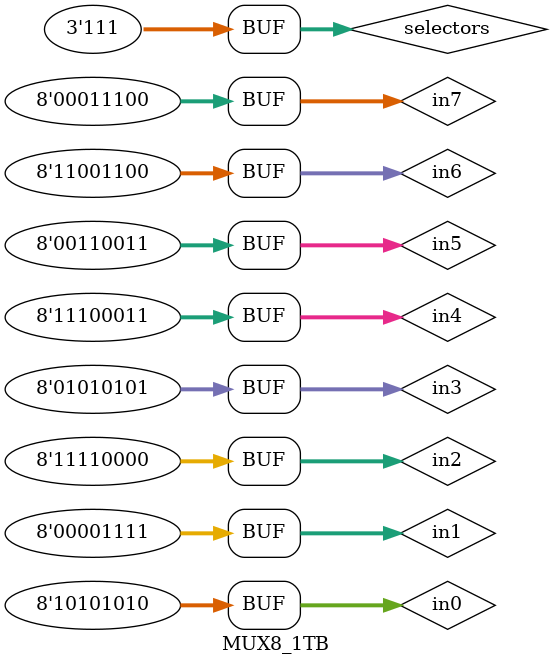
<source format=v>
module MUX8_1 (out,in0,in1,in2,in3,in4,in5,in6,in7,selectors);
    output reg[7:0] out;
    input [7:0] in0,in1,in2,in3,in4,in5,in6,in7;
    input [2:0] selectors;
   
    always @(selectors, in0, in1, in2, in3, in4, in5, in6, in7) begin
        case(selectors)
            3'b000: out = in0;
            3'b001: out = in1;
            3'b010: out = in2;
            3'b011: out = in3;
            3'b100: out = in4;
            3'b101: out = in5;
            3'b110: out = in6;
            3'b111: out = in7;
            default: out = 8'bx;
        endcase
    end
endmodule

module MUX8_1TB;
	wire [7:0] out;
	reg [7:0] in0,in1,in2,in3,in4,in5,in6,in7;
	reg [2:0] selectors;

	MUX8_1 sample(out,in0,in1,in2,in3,in4,in5,in6,in7,selectors);

	initial
		begin
		    in0 = 8'b10101010;
		    in1 = 8'b00001111;
		    in2 = 8'b11110000;
		    in3 = 8'b01010101;
		    in4 = 8'b11100011;
		    in5 = 8'b00110011;
		    in6 = 8'b11001100;
		    in7 = 8'b00011100;
		
        	selectors = 3'b000; // select in0
		    #100;
		    selectors = 3'b001; // select in1
		    #100;
		    selectors = 3'b010; // select in2
		    #100;
		    selectors = 3'b011; // select in3
		    #100;
		    selectors = 3'b100; // select in4
		    #100;
		    selectors = 3'b101; // select in5
		    #100;
		    selectors = 3'b110; // select in6
		    #100;
		    selectors = 3'b111; // select in7
		end
endmodule
</source>
